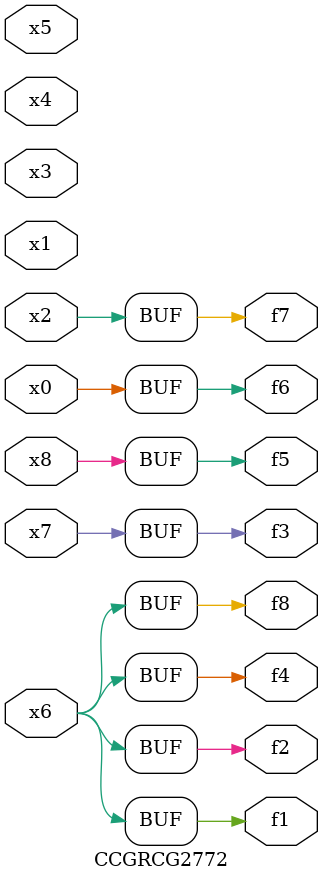
<source format=v>
module CCGRCG2772(
	input x0, x1, x2, x3, x4, x5, x6, x7, x8,
	output f1, f2, f3, f4, f5, f6, f7, f8
);
	assign f1 = x6;
	assign f2 = x6;
	assign f3 = x7;
	assign f4 = x6;
	assign f5 = x8;
	assign f6 = x0;
	assign f7 = x2;
	assign f8 = x6;
endmodule

</source>
